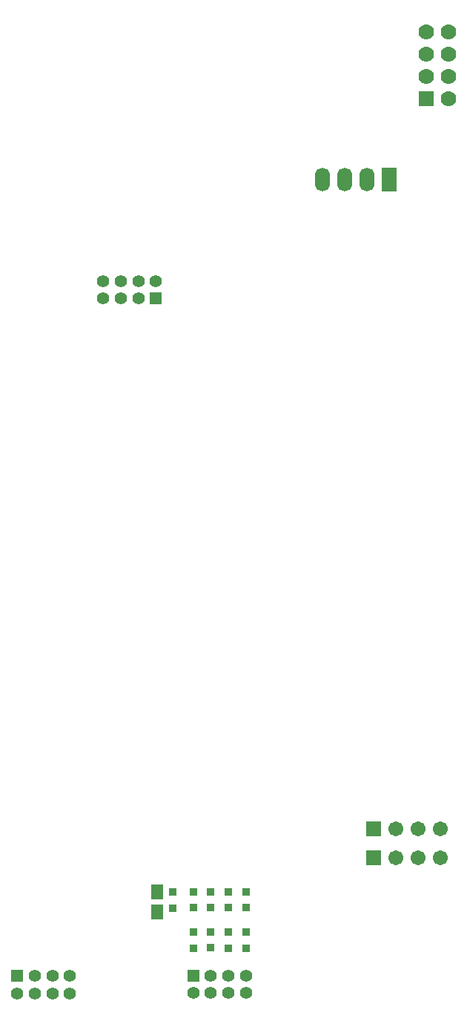
<source format=gbs>
G04 Layer_Color=16711935*
%FSLAX25Y25*%
%MOIN*%
G70*
G01*
G75*
%ADD63R,0.03800X0.03800*%
%ADD65R,0.05800X0.06800*%
%ADD85R,0.06706X0.10642*%
%ADD86O,0.06706X0.10642*%
%ADD87R,0.05524X0.05524*%
%ADD88C,0.05524*%
%ADD89R,0.07000X0.07000*%
%ADD90C,0.07000*%
%ADD91C,0.06706*%
%ADD92R,0.06706X0.06706*%
D63*
X183749Y28425D02*
D03*
Y35511D02*
D03*
X191603Y28453D02*
D03*
Y35539D02*
D03*
X199491Y28425D02*
D03*
Y35511D02*
D03*
X207378Y28425D02*
D03*
Y35511D02*
D03*
X174500Y53500D02*
D03*
Y46413D02*
D03*
X183696Y53692D02*
D03*
Y46606D02*
D03*
X191654Y53692D02*
D03*
Y46606D02*
D03*
X199462Y53692D02*
D03*
Y46606D02*
D03*
X207406Y53692D02*
D03*
Y46606D02*
D03*
D65*
X167500Y44500D02*
D03*
Y53500D02*
D03*
D85*
X272000Y373500D02*
D03*
D86*
X262000D02*
D03*
X252000D02*
D03*
X242000D02*
D03*
D87*
X166907Y320150D02*
D03*
X104626Y15874D02*
D03*
X183752Y16000D02*
D03*
D88*
X166907Y328024D02*
D03*
X159033Y320150D02*
D03*
Y328024D02*
D03*
X151159Y320150D02*
D03*
Y328024D02*
D03*
X143285Y320150D02*
D03*
Y328024D02*
D03*
X128248Y8000D02*
D03*
Y15874D02*
D03*
X120374Y8000D02*
D03*
Y15874D02*
D03*
X112500Y8000D02*
D03*
Y15874D02*
D03*
X104626Y8000D02*
D03*
X183752Y8126D02*
D03*
X191626Y16000D02*
D03*
Y8126D02*
D03*
X199500Y16000D02*
D03*
Y8126D02*
D03*
X207374Y16000D02*
D03*
Y8126D02*
D03*
D89*
X288500Y410000D02*
D03*
D90*
X298500D02*
D03*
X288500Y420000D02*
D03*
X298500D02*
D03*
X288500Y430000D02*
D03*
X298500D02*
D03*
X288500Y440000D02*
D03*
X298500D02*
D03*
D91*
X285000Y82000D02*
D03*
X275000D02*
D03*
X295000D02*
D03*
X285000Y69000D02*
D03*
X275000D02*
D03*
X295000D02*
D03*
D92*
X265000Y82000D02*
D03*
Y69000D02*
D03*
M02*

</source>
